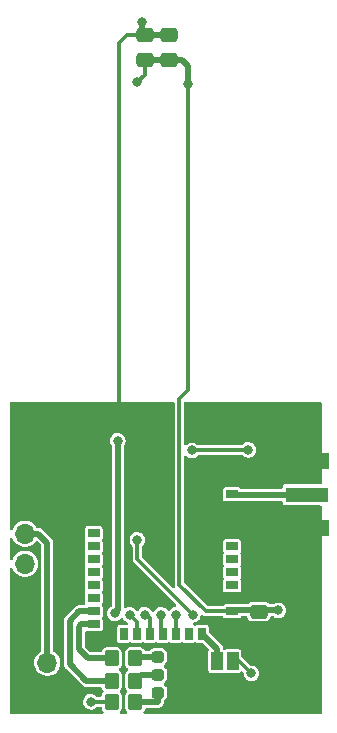
<source format=gtl>
G04 #@! TF.GenerationSoftware,KiCad,Pcbnew,6.0.10*
G04 #@! TF.CreationDate,2023-06-20T13:54:12-05:00*
G04 #@! TF.ProjectId,sensor_sigfox_1,73656e73-6f72-45f7-9369-67666f785f31,rev?*
G04 #@! TF.SameCoordinates,Original*
G04 #@! TF.FileFunction,Copper,L1,Top*
G04 #@! TF.FilePolarity,Positive*
%FSLAX46Y46*%
G04 Gerber Fmt 4.6, Leading zero omitted, Abs format (unit mm)*
G04 Created by KiCad (PCBNEW 6.0.10) date 2023-06-20 13:54:12*
%MOMM*%
%LPD*%
G01*
G04 APERTURE LIST*
G04 Aperture macros list*
%AMRoundRect*
0 Rectangle with rounded corners*
0 $1 Rounding radius*
0 $2 $3 $4 $5 $6 $7 $8 $9 X,Y pos of 4 corners*
0 Add a 4 corners polygon primitive as box body*
4,1,4,$2,$3,$4,$5,$6,$7,$8,$9,$2,$3,0*
0 Add four circle primitives for the rounded corners*
1,1,$1+$1,$2,$3*
1,1,$1+$1,$4,$5*
1,1,$1+$1,$6,$7*
1,1,$1+$1,$8,$9*
0 Add four rect primitives between the rounded corners*
20,1,$1+$1,$2,$3,$4,$5,0*
20,1,$1+$1,$4,$5,$6,$7,0*
20,1,$1+$1,$6,$7,$8,$9,0*
20,1,$1+$1,$8,$9,$2,$3,0*%
G04 Aperture macros list end*
G04 #@! TA.AperFunction,SMDPad,CuDef*
%ADD10RoundRect,0.250000X-0.350000X-0.450000X0.350000X-0.450000X0.350000X0.450000X-0.350000X0.450000X0*%
G04 #@! TD*
G04 #@! TA.AperFunction,ComponentPad*
%ADD11R,1.700000X1.700000*%
G04 #@! TD*
G04 #@! TA.AperFunction,ComponentPad*
%ADD12O,1.700000X1.700000*%
G04 #@! TD*
G04 #@! TA.AperFunction,SMDPad,CuDef*
%ADD13R,1.000000X1.500000*%
G04 #@! TD*
G04 #@! TA.AperFunction,SMDPad,CuDef*
%ADD14RoundRect,0.250000X0.475000X-0.337500X0.475000X0.337500X-0.475000X0.337500X-0.475000X-0.337500X0*%
G04 #@! TD*
G04 #@! TA.AperFunction,SMDPad,CuDef*
%ADD15R,1.000000X0.700000*%
G04 #@! TD*
G04 #@! TA.AperFunction,SMDPad,CuDef*
%ADD16R,0.700000X1.000000*%
G04 #@! TD*
G04 #@! TA.AperFunction,SMDPad,CuDef*
%ADD17RoundRect,0.237500X0.287500X0.237500X-0.287500X0.237500X-0.287500X-0.237500X0.287500X-0.237500X0*%
G04 #@! TD*
G04 #@! TA.AperFunction,SMDPad,CuDef*
%ADD18R,3.600000X1.270000*%
G04 #@! TD*
G04 #@! TA.AperFunction,SMDPad,CuDef*
%ADD19R,4.200000X1.350000*%
G04 #@! TD*
G04 #@! TA.AperFunction,ViaPad*
%ADD20C,0.800000*%
G04 #@! TD*
G04 #@! TA.AperFunction,Conductor*
%ADD21C,0.300000*%
G04 #@! TD*
G04 #@! TA.AperFunction,Conductor*
%ADD22C,0.500000*%
G04 #@! TD*
G04 APERTURE END LIST*
D10*
X122936000Y-92710000D03*
X124936000Y-92710000D03*
D11*
X115570000Y-85344000D03*
D12*
X115570000Y-82804000D03*
X115570000Y-80264000D03*
D11*
X117475000Y-93726000D03*
D12*
X117475000Y-91186000D03*
D13*
X133156000Y-91059000D03*
X131856000Y-91059000D03*
X130556000Y-91059000D03*
D14*
X125730000Y-40132000D03*
X125730000Y-38057000D03*
X127762000Y-40132000D03*
X127762000Y-38057000D03*
D15*
X121394000Y-75825000D03*
X121394000Y-76925000D03*
X121394000Y-78025000D03*
X121394000Y-79125000D03*
X121394000Y-80225000D03*
X121394000Y-81325000D03*
X121394000Y-82425000D03*
X121394000Y-83525000D03*
X121394000Y-84625000D03*
X121394000Y-85725000D03*
X121394000Y-86825000D03*
X121394000Y-87925000D03*
D16*
X123954000Y-88735000D03*
X125054000Y-88735000D03*
X126154000Y-88735000D03*
X127254000Y-88735000D03*
X128354000Y-88735000D03*
X129454000Y-88735000D03*
X130554000Y-88735000D03*
D15*
X133114000Y-87925000D03*
X133114000Y-86825000D03*
X133114000Y-85725000D03*
X133114000Y-84625000D03*
X133114000Y-83525000D03*
X133114000Y-82425000D03*
X133114000Y-81325000D03*
X133114000Y-80225000D03*
X133114000Y-79125000D03*
X133114000Y-78025000D03*
X133114000Y-76925000D03*
X133114000Y-75825000D03*
D14*
X135382000Y-88921500D03*
X135382000Y-86846500D03*
D17*
X128591000Y-93726000D03*
X126841000Y-93726000D03*
D10*
X122920000Y-90805000D03*
X124920000Y-90805000D03*
D18*
X139446000Y-76962000D03*
D19*
X139246000Y-74137000D03*
X139246000Y-79787000D03*
D17*
X128577000Y-90678000D03*
X126827000Y-90678000D03*
D10*
X122936000Y-94488000D03*
X124936000Y-94488000D03*
D17*
X128591000Y-92202000D03*
X126841000Y-92202000D03*
D20*
X122428000Y-71374000D03*
X134874000Y-75946000D03*
X134874000Y-77978000D03*
X130109000Y-93025000D03*
X125476000Y-36957000D03*
X135890000Y-77978000D03*
X136906000Y-75946000D03*
X135890000Y-75946000D03*
X136906000Y-77978000D03*
X123571000Y-69850000D03*
X125095000Y-80772000D03*
X129794000Y-87122000D03*
X129413000Y-42164000D03*
X137033000Y-86741000D03*
X125095000Y-42037000D03*
X134763000Y-92091000D03*
X129727000Y-73212000D03*
X134493000Y-73152000D03*
X123444000Y-72390000D03*
X123190000Y-86995000D03*
X125730000Y-87122000D03*
X124460000Y-87122000D03*
X121158000Y-94488000D03*
X128397000Y-87122000D03*
X127127000Y-87122000D03*
D21*
X123571000Y-38735000D02*
X123571000Y-69850000D01*
D22*
X129093000Y-93025000D02*
X130109000Y-93025000D01*
X125730000Y-38057000D02*
X127762000Y-38057000D01*
X128958000Y-91059000D02*
X128577000Y-90678000D01*
X128591000Y-92523000D02*
X129093000Y-93025000D01*
D21*
X124249000Y-38057000D02*
X123571000Y-38735000D01*
D22*
X125476000Y-36957000D02*
X125476000Y-37803000D01*
D21*
X125730000Y-38057000D02*
X124249000Y-38057000D01*
D22*
X128591000Y-92202000D02*
X128591000Y-92523000D01*
X125476000Y-37803000D02*
X125730000Y-38057000D01*
X130556000Y-91059000D02*
X128958000Y-91059000D01*
X117475000Y-91186000D02*
X117475000Y-81026000D01*
D21*
X125095000Y-82423000D02*
X125095000Y-80772000D01*
D22*
X116713000Y-80264000D02*
X115570000Y-80264000D01*
D21*
X129794000Y-87122000D02*
X125095000Y-82423000D01*
D22*
X117475000Y-81026000D02*
X116713000Y-80264000D01*
X133198000Y-86741000D02*
X133114000Y-86825000D01*
D21*
X125730000Y-41402000D02*
X125095000Y-42037000D01*
X129413000Y-68072000D02*
X128651000Y-68834000D01*
X128651000Y-68834000D02*
X128651000Y-84582000D01*
D22*
X129413000Y-40640000D02*
X128905000Y-40132000D01*
D21*
X130894000Y-86825000D02*
X133114000Y-86825000D01*
X133156000Y-91059000D02*
X133731000Y-91059000D01*
X129413000Y-42164000D02*
X129413000Y-68072000D01*
X128651000Y-84582000D02*
X130894000Y-86825000D01*
D22*
X129413000Y-42164000D02*
X129413000Y-40640000D01*
X137033000Y-86741000D02*
X133198000Y-86741000D01*
D21*
X125730000Y-40132000D02*
X125730000Y-41402000D01*
X133731000Y-91059000D02*
X134763000Y-92091000D01*
D22*
X128905000Y-40132000D02*
X125730000Y-40132000D01*
D21*
X134493000Y-73152000D02*
X129787000Y-73152000D01*
X129787000Y-73152000D02*
X129727000Y-73212000D01*
D22*
X126841000Y-94488000D02*
X124936000Y-94488000D01*
X126841000Y-93726000D02*
X126841000Y-94488000D01*
X123444000Y-86741000D02*
X123190000Y-86995000D01*
X123444000Y-72390000D02*
X123444000Y-86741000D01*
X126827000Y-90678000D02*
X125047000Y-90678000D01*
X125047000Y-90678000D02*
X124920000Y-90805000D01*
X126841000Y-92202000D02*
X125444000Y-92202000D01*
X125444000Y-92202000D02*
X124936000Y-92710000D01*
X131856000Y-91059000D02*
X131856000Y-90037000D01*
X131856000Y-90037000D02*
X130554000Y-88735000D01*
X139446000Y-76962000D02*
X133151000Y-76962000D01*
X133151000Y-76962000D02*
X133114000Y-76925000D01*
D21*
X125857000Y-87122000D02*
X126154000Y-87419000D01*
X126154000Y-87419000D02*
X126154000Y-88735000D01*
X125730000Y-87122000D02*
X125857000Y-87122000D01*
X125054000Y-87716000D02*
X125054000Y-88735000D01*
X124460000Y-87122000D02*
X125054000Y-87716000D01*
D22*
X120142000Y-88138000D02*
X120355000Y-87925000D01*
X122920000Y-90805000D02*
X120904000Y-90805000D01*
X120904000Y-90805000D02*
X120142000Y-90043000D01*
X120142000Y-90043000D02*
X120142000Y-88138000D01*
X120355000Y-87925000D02*
X121394000Y-87925000D01*
X119380000Y-87630000D02*
X120185000Y-86825000D01*
X120777000Y-92710000D02*
X119380000Y-91313000D01*
X122936000Y-92710000D02*
X120777000Y-92710000D01*
X120185000Y-86825000D02*
X121394000Y-86825000D01*
X119380000Y-91313000D02*
X119380000Y-87630000D01*
D21*
X121158000Y-94488000D02*
X122936000Y-94488000D01*
X128397000Y-88692000D02*
X128354000Y-88735000D01*
X128397000Y-87122000D02*
X128397000Y-88692000D01*
X127127000Y-88608000D02*
X127254000Y-88735000D01*
X127127000Y-87122000D02*
X127127000Y-88608000D01*
G04 #@! TA.AperFunction,Conductor*
G36*
X128188621Y-69108002D02*
G01*
X128235114Y-69161658D01*
X128246500Y-69214000D01*
X128246500Y-84646066D01*
X128249565Y-84655498D01*
X128249565Y-84655500D01*
X128253395Y-84667287D01*
X128258009Y-84686502D01*
X128258970Y-84692566D01*
X128249874Y-84762976D01*
X128204155Y-84817293D01*
X128136328Y-84838269D01*
X128067928Y-84819246D01*
X128045427Y-84801377D01*
X125536405Y-82292355D01*
X125502379Y-82230043D01*
X125499500Y-82203260D01*
X125499500Y-81345378D01*
X125519502Y-81277257D01*
X125543669Y-81249567D01*
X125574536Y-81223204D01*
X125580314Y-81218269D01*
X125672755Y-81089624D01*
X125731842Y-80942641D01*
X125741501Y-80874773D01*
X125753581Y-80789891D01*
X125753581Y-80789888D01*
X125754162Y-80785807D01*
X125754307Y-80772000D01*
X125735276Y-80614733D01*
X125679280Y-80466546D01*
X125589553Y-80335992D01*
X125471275Y-80230611D01*
X125463889Y-80226700D01*
X125337988Y-80160039D01*
X125337989Y-80160039D01*
X125331274Y-80156484D01*
X125177633Y-80117892D01*
X125170034Y-80117852D01*
X125170033Y-80117852D01*
X125104181Y-80117507D01*
X125019221Y-80117062D01*
X125011841Y-80118834D01*
X125011839Y-80118834D01*
X124872563Y-80152271D01*
X124872560Y-80152272D01*
X124865184Y-80154043D01*
X124724414Y-80226700D01*
X124605039Y-80330838D01*
X124513950Y-80460444D01*
X124511190Y-80467524D01*
X124459514Y-80600066D01*
X124456406Y-80608037D01*
X124455414Y-80615570D01*
X124455414Y-80615571D01*
X124437533Y-80751395D01*
X124435729Y-80765096D01*
X124439785Y-80801832D01*
X124451829Y-80910920D01*
X124453113Y-80922553D01*
X124455723Y-80929684D01*
X124455723Y-80929686D01*
X124502649Y-81057917D01*
X124507553Y-81071319D01*
X124511789Y-81077622D01*
X124511789Y-81077623D01*
X124591674Y-81196505D01*
X124591677Y-81196508D01*
X124595908Y-81202805D01*
X124635479Y-81238812D01*
X124649300Y-81251388D01*
X124686222Y-81312029D01*
X124690500Y-81344582D01*
X124690500Y-82487066D01*
X124693565Y-82496498D01*
X124693565Y-82496500D01*
X124697395Y-82508287D01*
X124702011Y-82527513D01*
X124705502Y-82549555D01*
X124710003Y-82558388D01*
X124715633Y-82569438D01*
X124723199Y-82587704D01*
X124730095Y-82608929D01*
X124735925Y-82616953D01*
X124743216Y-82626989D01*
X124753545Y-82643844D01*
X124763674Y-82663723D01*
X124786462Y-82686511D01*
X124786465Y-82686515D01*
X128360336Y-86260385D01*
X128394362Y-86322697D01*
X128389297Y-86393512D01*
X128346750Y-86450348D01*
X128300656Y-86471999D01*
X128251206Y-86483871D01*
X128167184Y-86504043D01*
X128026414Y-86576700D01*
X127907039Y-86680838D01*
X127902672Y-86687052D01*
X127902669Y-86687055D01*
X127865153Y-86740435D01*
X127809619Y-86784667D01*
X127738987Y-86791853D01*
X127675682Y-86759712D01*
X127658226Y-86739352D01*
X127625855Y-86692251D01*
X127625854Y-86692249D01*
X127621553Y-86685992D01*
X127611717Y-86677228D01*
X127585260Y-86653656D01*
X127503275Y-86580611D01*
X127495889Y-86576700D01*
X127369988Y-86510039D01*
X127369989Y-86510039D01*
X127363274Y-86506484D01*
X127209633Y-86467892D01*
X127202034Y-86467852D01*
X127202033Y-86467852D01*
X127136181Y-86467507D01*
X127051221Y-86467062D01*
X127043841Y-86468834D01*
X127043839Y-86468834D01*
X126904563Y-86502271D01*
X126904560Y-86502272D01*
X126897184Y-86504043D01*
X126756414Y-86576700D01*
X126637039Y-86680838D01*
X126545950Y-86810444D01*
X126543189Y-86817525D01*
X126539602Y-86824215D01*
X126536654Y-86822634D01*
X126502425Y-86866943D01*
X126435536Y-86890744D01*
X126366399Y-86874603D01*
X126316870Y-86823401D01*
X126314280Y-86816546D01*
X126261226Y-86739352D01*
X126228855Y-86692251D01*
X126228854Y-86692249D01*
X126224553Y-86685992D01*
X126214717Y-86677228D01*
X126188260Y-86653656D01*
X126106275Y-86580611D01*
X126098889Y-86576700D01*
X125972988Y-86510039D01*
X125972989Y-86510039D01*
X125966274Y-86506484D01*
X125812633Y-86467892D01*
X125805034Y-86467852D01*
X125805033Y-86467852D01*
X125739181Y-86467507D01*
X125654221Y-86467062D01*
X125646841Y-86468834D01*
X125646839Y-86468834D01*
X125507563Y-86502271D01*
X125507560Y-86502272D01*
X125500184Y-86504043D01*
X125359414Y-86576700D01*
X125240039Y-86680838D01*
X125235672Y-86687052D01*
X125235669Y-86687055D01*
X125198153Y-86740435D01*
X125142619Y-86784667D01*
X125071987Y-86791853D01*
X125008682Y-86759712D01*
X124991226Y-86739352D01*
X124958855Y-86692251D01*
X124958854Y-86692249D01*
X124954553Y-86685992D01*
X124944717Y-86677228D01*
X124918260Y-86653656D01*
X124836275Y-86580611D01*
X124828889Y-86576700D01*
X124702988Y-86510039D01*
X124702989Y-86510039D01*
X124696274Y-86506484D01*
X124542633Y-86467892D01*
X124535034Y-86467852D01*
X124535033Y-86467852D01*
X124469181Y-86467507D01*
X124384221Y-86467062D01*
X124376841Y-86468834D01*
X124376839Y-86468834D01*
X124237563Y-86502271D01*
X124237560Y-86502272D01*
X124230184Y-86504043D01*
X124223439Y-86507524D01*
X124223440Y-86507524D01*
X124132290Y-86554570D01*
X124062583Y-86568039D01*
X123996659Y-86541684D01*
X123955450Y-86483871D01*
X123948500Y-86442604D01*
X123948500Y-72850144D01*
X123972176Y-72776620D01*
X124021755Y-72707624D01*
X124080842Y-72560641D01*
X124103162Y-72403807D01*
X124103307Y-72390000D01*
X124084276Y-72232733D01*
X124028280Y-72084546D01*
X123938553Y-71953992D01*
X123820275Y-71848611D01*
X123812889Y-71844700D01*
X123686988Y-71778039D01*
X123686989Y-71778039D01*
X123680274Y-71774484D01*
X123526633Y-71735892D01*
X123519034Y-71735852D01*
X123519033Y-71735852D01*
X123453181Y-71735507D01*
X123368221Y-71735062D01*
X123360841Y-71736834D01*
X123360839Y-71736834D01*
X123221563Y-71770271D01*
X123221560Y-71770272D01*
X123214184Y-71772043D01*
X123073414Y-71844700D01*
X122954039Y-71948838D01*
X122862950Y-72078444D01*
X122805406Y-72226037D01*
X122784729Y-72383096D01*
X122793421Y-72461825D01*
X122801199Y-72532271D01*
X122802113Y-72540553D01*
X122804723Y-72547684D01*
X122804723Y-72547686D01*
X122850103Y-72671692D01*
X122856553Y-72689319D01*
X122860789Y-72695622D01*
X122860789Y-72695623D01*
X122918082Y-72780884D01*
X122939500Y-72851160D01*
X122939500Y-86310959D01*
X122919498Y-86379080D01*
X122871291Y-86422925D01*
X122819414Y-86449700D01*
X122813695Y-86454689D01*
X122808148Y-86459528D01*
X122700039Y-86553838D01*
X122608950Y-86683444D01*
X122586730Y-86740435D01*
X122557056Y-86816546D01*
X122551406Y-86831037D01*
X122550414Y-86838570D01*
X122550414Y-86838571D01*
X122533805Y-86964733D01*
X122530729Y-86988096D01*
X122531563Y-86995646D01*
X122545513Y-87122000D01*
X122548113Y-87145553D01*
X122550723Y-87152684D01*
X122550723Y-87152686D01*
X122599185Y-87285115D01*
X122602553Y-87294319D01*
X122606789Y-87300622D01*
X122606789Y-87300623D01*
X122683469Y-87414734D01*
X122690908Y-87425805D01*
X122696527Y-87430918D01*
X122696528Y-87430919D01*
X122782191Y-87508866D01*
X122808076Y-87532419D01*
X122947293Y-87608008D01*
X123100522Y-87648207D01*
X123184477Y-87649526D01*
X123251319Y-87650576D01*
X123251322Y-87650576D01*
X123258916Y-87650695D01*
X123413332Y-87615329D01*
X123498696Y-87572396D01*
X123548072Y-87547563D01*
X123548075Y-87547561D01*
X123554855Y-87544151D01*
X123560626Y-87539222D01*
X123560629Y-87539220D01*
X123669536Y-87446204D01*
X123669536Y-87446203D01*
X123675314Y-87441269D01*
X123679750Y-87435096D01*
X123684885Y-87429511D01*
X123686310Y-87430821D01*
X123734373Y-87393359D01*
X123805077Y-87386915D01*
X123868040Y-87419719D01*
X123885277Y-87440255D01*
X123960908Y-87552805D01*
X123966527Y-87557918D01*
X123966528Y-87557919D01*
X124068488Y-87650695D01*
X124078076Y-87659419D01*
X124217293Y-87735008D01*
X124224636Y-87736934D01*
X124225683Y-87737349D01*
X124281656Y-87781024D01*
X124305132Y-87848027D01*
X124288656Y-87917085D01*
X124237459Y-87966273D01*
X124179298Y-87980500D01*
X123608702Y-87980501D01*
X123578934Y-87980501D01*
X123543182Y-87987612D01*
X123516874Y-87992844D01*
X123516872Y-87992845D01*
X123504699Y-87995266D01*
X123494379Y-88002161D01*
X123494378Y-88002162D01*
X123465752Y-88021290D01*
X123420516Y-88051516D01*
X123364266Y-88135699D01*
X123349500Y-88209933D01*
X123349501Y-89260066D01*
X123364266Y-89334301D01*
X123420516Y-89418484D01*
X123430832Y-89425377D01*
X123474003Y-89454223D01*
X123504699Y-89474734D01*
X123578933Y-89489500D01*
X123953939Y-89489500D01*
X124329066Y-89489499D01*
X124364818Y-89482388D01*
X124391126Y-89477156D01*
X124391128Y-89477155D01*
X124403301Y-89474734D01*
X124413621Y-89467839D01*
X124413622Y-89467838D01*
X124433998Y-89454223D01*
X124501751Y-89433008D01*
X124574002Y-89454223D01*
X124594379Y-89467839D01*
X124594382Y-89467840D01*
X124604699Y-89474734D01*
X124678933Y-89489500D01*
X125053939Y-89489500D01*
X125429066Y-89489499D01*
X125464818Y-89482388D01*
X125491126Y-89477156D01*
X125491128Y-89477155D01*
X125503301Y-89474734D01*
X125513621Y-89467839D01*
X125513622Y-89467838D01*
X125533998Y-89454223D01*
X125601751Y-89433008D01*
X125674002Y-89454223D01*
X125694379Y-89467839D01*
X125694382Y-89467840D01*
X125704699Y-89474734D01*
X125778933Y-89489500D01*
X126153939Y-89489500D01*
X126529066Y-89489499D01*
X126564818Y-89482388D01*
X126591126Y-89477156D01*
X126591128Y-89477155D01*
X126603301Y-89474734D01*
X126613621Y-89467839D01*
X126613622Y-89467838D01*
X126633998Y-89454223D01*
X126701751Y-89433008D01*
X126774002Y-89454223D01*
X126794379Y-89467839D01*
X126794382Y-89467840D01*
X126804699Y-89474734D01*
X126878933Y-89489500D01*
X127253939Y-89489500D01*
X127629066Y-89489499D01*
X127664818Y-89482388D01*
X127691126Y-89477156D01*
X127691128Y-89477155D01*
X127703301Y-89474734D01*
X127713621Y-89467839D01*
X127713622Y-89467838D01*
X127733998Y-89454223D01*
X127801751Y-89433008D01*
X127874002Y-89454223D01*
X127894379Y-89467839D01*
X127894382Y-89467840D01*
X127904699Y-89474734D01*
X127978933Y-89489500D01*
X128353939Y-89489500D01*
X128729066Y-89489499D01*
X128764818Y-89482388D01*
X128791126Y-89477156D01*
X128791128Y-89477155D01*
X128803301Y-89474734D01*
X128813621Y-89467839D01*
X128813622Y-89467838D01*
X128833998Y-89454223D01*
X128901751Y-89433008D01*
X128974002Y-89454223D01*
X128994379Y-89467839D01*
X128994382Y-89467840D01*
X129004699Y-89474734D01*
X129078933Y-89489500D01*
X129453939Y-89489500D01*
X129829066Y-89489499D01*
X129864818Y-89482388D01*
X129891126Y-89477156D01*
X129891128Y-89477155D01*
X129903301Y-89474734D01*
X129913621Y-89467839D01*
X129913622Y-89467838D01*
X129933998Y-89454223D01*
X130001751Y-89433008D01*
X130074002Y-89454223D01*
X130094379Y-89467839D01*
X130094382Y-89467840D01*
X130104699Y-89474734D01*
X130178933Y-89489500D01*
X130223032Y-89489500D01*
X130542838Y-89489499D01*
X130610958Y-89509501D01*
X130631933Y-89526404D01*
X131122840Y-90017311D01*
X131156866Y-90079623D01*
X131151801Y-90150438D01*
X131138511Y-90176407D01*
X131116266Y-90209699D01*
X131101500Y-90283933D01*
X131101501Y-91834066D01*
X131107519Y-91864323D01*
X131113465Y-91894216D01*
X131116266Y-91908301D01*
X131123161Y-91918621D01*
X131123162Y-91918622D01*
X131128514Y-91926631D01*
X131172516Y-91992484D01*
X131256699Y-92048734D01*
X131330933Y-92063500D01*
X131855915Y-92063500D01*
X132381066Y-92063499D01*
X132455301Y-92048734D01*
X132461333Y-92044703D01*
X132528373Y-92037496D01*
X132548902Y-92043524D01*
X132556699Y-92048734D01*
X132630933Y-92063500D01*
X133155915Y-92063500D01*
X133681066Y-92063499D01*
X133716818Y-92056388D01*
X133743126Y-92051156D01*
X133743128Y-92051155D01*
X133755301Y-92048734D01*
X133765621Y-92041839D01*
X133765622Y-92041838D01*
X133829168Y-91999377D01*
X133839484Y-91992484D01*
X133854277Y-91970345D01*
X133855506Y-91968506D01*
X133909984Y-91922979D01*
X133980428Y-91914133D01*
X134049365Y-91949415D01*
X134069136Y-91969186D01*
X134103162Y-92031498D01*
X134104722Y-92068968D01*
X134104800Y-92068969D01*
X134104784Y-92070466D01*
X134104962Y-92074731D01*
X134103729Y-92084096D01*
X134108105Y-92123729D01*
X134117133Y-92205500D01*
X134121113Y-92241553D01*
X134123723Y-92248684D01*
X134123723Y-92248686D01*
X134137367Y-92285969D01*
X134175553Y-92390319D01*
X134263908Y-92521805D01*
X134269527Y-92526918D01*
X134269528Y-92526919D01*
X134280903Y-92537269D01*
X134381076Y-92628419D01*
X134520293Y-92704008D01*
X134673522Y-92744207D01*
X134757477Y-92745526D01*
X134824319Y-92746576D01*
X134824322Y-92746576D01*
X134831916Y-92746695D01*
X134986332Y-92711329D01*
X135068914Y-92669795D01*
X135121072Y-92643563D01*
X135121075Y-92643561D01*
X135127855Y-92640151D01*
X135133626Y-92635222D01*
X135133629Y-92635220D01*
X135242536Y-92542204D01*
X135242536Y-92542203D01*
X135248314Y-92537269D01*
X135340755Y-92408624D01*
X135399842Y-92261641D01*
X135414192Y-92160812D01*
X135421581Y-92108891D01*
X135421581Y-92108888D01*
X135422162Y-92104807D01*
X135422307Y-92091000D01*
X135403276Y-91933733D01*
X135347280Y-91785546D01*
X135312796Y-91735371D01*
X135261855Y-91661251D01*
X135261854Y-91661249D01*
X135257553Y-91654992D01*
X135243205Y-91642208D01*
X135181919Y-91587605D01*
X135139275Y-91549611D01*
X134999274Y-91475484D01*
X134845633Y-91436892D01*
X134838034Y-91436852D01*
X134838033Y-91436852D01*
X134742292Y-91436351D01*
X134731878Y-91436296D01*
X134663863Y-91415938D01*
X134643443Y-91399393D01*
X133994515Y-90750465D01*
X133994511Y-90750462D01*
X133971723Y-90727674D01*
X133962881Y-90723169D01*
X133962437Y-90722846D01*
X133919084Y-90666623D01*
X133910499Y-90620910D01*
X133910499Y-90283934D01*
X133895734Y-90209699D01*
X133839484Y-90125516D01*
X133755301Y-90069266D01*
X133681067Y-90054500D01*
X133156085Y-90054500D01*
X132630934Y-90054501D01*
X132556699Y-90069266D01*
X132550667Y-90073297D01*
X132483627Y-90080504D01*
X132463097Y-90074475D01*
X132455301Y-90069266D01*
X132443130Y-90066845D01*
X132433923Y-90063031D01*
X132378644Y-90018481D01*
X132356387Y-89954423D01*
X132355654Y-89942600D01*
X132355654Y-89942598D01*
X132355098Y-89933641D01*
X132352051Y-89925201D01*
X132351370Y-89921911D01*
X132347418Y-89906062D01*
X132346473Y-89902832D01*
X132345201Y-89893948D01*
X132325774Y-89851218D01*
X132321964Y-89841860D01*
X132309075Y-89806158D01*
X132309074Y-89806157D01*
X132306027Y-89797716D01*
X132300731Y-89790467D01*
X132299146Y-89787486D01*
X132290920Y-89773408D01*
X132289104Y-89770569D01*
X132285388Y-89762395D01*
X132254757Y-89726846D01*
X132248465Y-89718923D01*
X132240527Y-89708056D01*
X132229665Y-89697194D01*
X132223307Y-89690347D01*
X132196915Y-89659718D01*
X132191056Y-89652918D01*
X132183521Y-89648034D01*
X132176949Y-89642301D01*
X132165545Y-89633074D01*
X131195404Y-88662933D01*
X131161378Y-88600621D01*
X131158499Y-88573838D01*
X131158499Y-88209934D01*
X131143734Y-88135699D01*
X131087484Y-88051516D01*
X131042248Y-88021290D01*
X131013620Y-88002161D01*
X131013618Y-88002160D01*
X131003301Y-87995266D01*
X130929067Y-87980500D01*
X130554061Y-87980500D01*
X130178934Y-87980501D01*
X130143182Y-87987612D01*
X130116874Y-87992844D01*
X130116872Y-87992845D01*
X130104699Y-87995266D01*
X130094379Y-88002161D01*
X130094378Y-88002162D01*
X130074002Y-88015777D01*
X130006249Y-88036992D01*
X129933998Y-88015777D01*
X129913621Y-88002161D01*
X129913618Y-88002160D01*
X129903301Y-87995266D01*
X129903534Y-87994917D01*
X129856084Y-87956679D01*
X129833663Y-87889315D01*
X129851221Y-87820524D01*
X129903183Y-87772146D01*
X129931453Y-87761998D01*
X130009929Y-87744025D01*
X130009933Y-87744024D01*
X130017332Y-87742329D01*
X130087742Y-87706917D01*
X130152072Y-87674563D01*
X130152075Y-87674561D01*
X130158855Y-87671151D01*
X130164626Y-87666222D01*
X130164629Y-87666220D01*
X130273536Y-87573204D01*
X130273536Y-87573203D01*
X130279314Y-87568269D01*
X130371755Y-87439624D01*
X130430842Y-87292641D01*
X130434704Y-87265502D01*
X130440028Y-87228096D01*
X130469429Y-87163473D01*
X130529100Y-87125004D01*
X130600096Y-87124902D01*
X130638834Y-87143914D01*
X130646262Y-87149311D01*
X130653277Y-87156326D01*
X130672924Y-87166337D01*
X130673154Y-87166454D01*
X130690011Y-87176784D01*
X130708071Y-87189905D01*
X130717504Y-87192970D01*
X130729295Y-87196801D01*
X130747561Y-87204366D01*
X130767445Y-87214498D01*
X130777238Y-87216049D01*
X130789487Y-87217989D01*
X130808713Y-87222605D01*
X130820500Y-87226435D01*
X130820502Y-87226435D01*
X130829934Y-87229500D01*
X132276983Y-87229500D01*
X132345104Y-87249502D01*
X132381747Y-87285497D01*
X132430516Y-87358484D01*
X132514699Y-87414734D01*
X132588933Y-87429500D01*
X133113915Y-87429500D01*
X133639066Y-87429499D01*
X133674818Y-87422388D01*
X133701126Y-87417156D01*
X133701128Y-87417155D01*
X133713301Y-87414734D01*
X133723621Y-87407839D01*
X133723622Y-87407838D01*
X133787168Y-87365377D01*
X133797484Y-87358484D01*
X133835562Y-87301497D01*
X133890038Y-87255970D01*
X133940326Y-87245500D01*
X134303900Y-87245500D01*
X134372021Y-87265502D01*
X134418514Y-87319158D01*
X134421882Y-87327272D01*
X134445966Y-87391516D01*
X134459929Y-87428764D01*
X134465309Y-87435943D01*
X134465311Y-87435946D01*
X134499064Y-87480982D01*
X134546596Y-87544404D01*
X134562233Y-87556123D01*
X134655054Y-87625689D01*
X134655057Y-87625691D01*
X134662236Y-87631071D01*
X134737855Y-87659419D01*
X134790157Y-87679026D01*
X134790159Y-87679026D01*
X134797552Y-87681798D01*
X134805402Y-87682651D01*
X134805403Y-87682651D01*
X134855847Y-87688131D01*
X134859244Y-87688500D01*
X135904756Y-87688500D01*
X135908153Y-87688131D01*
X135958597Y-87682651D01*
X135958598Y-87682651D01*
X135966448Y-87681798D01*
X135973841Y-87679026D01*
X135973843Y-87679026D01*
X136026145Y-87659419D01*
X136101764Y-87631071D01*
X136108943Y-87625691D01*
X136108946Y-87625689D01*
X136201767Y-87556123D01*
X136217404Y-87544404D01*
X136264936Y-87480982D01*
X136298689Y-87435946D01*
X136298691Y-87435943D01*
X136304071Y-87428764D01*
X136318035Y-87391516D01*
X136342118Y-87327272D01*
X136384759Y-87270507D01*
X136451320Y-87245806D01*
X136460100Y-87245500D01*
X136566153Y-87245500D01*
X136634274Y-87265502D01*
X136639068Y-87269185D01*
X136639266Y-87268907D01*
X136645459Y-87273308D01*
X136651076Y-87278419D01*
X136790293Y-87354008D01*
X136943522Y-87394207D01*
X137027477Y-87395526D01*
X137094319Y-87396576D01*
X137094322Y-87396576D01*
X137101916Y-87396695D01*
X137256332Y-87361329D01*
X137326742Y-87325917D01*
X137391072Y-87293563D01*
X137391075Y-87293561D01*
X137397855Y-87290151D01*
X137403626Y-87285222D01*
X137403629Y-87285220D01*
X137512536Y-87192204D01*
X137512536Y-87192203D01*
X137518314Y-87187269D01*
X137610755Y-87058624D01*
X137669842Y-86911641D01*
X137686890Y-86791853D01*
X137691581Y-86758891D01*
X137691581Y-86758888D01*
X137692162Y-86754807D01*
X137692307Y-86741000D01*
X137673276Y-86583733D01*
X137617280Y-86435546D01*
X137584410Y-86387719D01*
X137531855Y-86311251D01*
X137531854Y-86311249D01*
X137527553Y-86304992D01*
X137409275Y-86199611D01*
X137401889Y-86195700D01*
X137338478Y-86162126D01*
X137269274Y-86125484D01*
X137115633Y-86086892D01*
X137108034Y-86086852D01*
X137108033Y-86086852D01*
X137042181Y-86086507D01*
X136957221Y-86086062D01*
X136949841Y-86087834D01*
X136949839Y-86087834D01*
X136810563Y-86121271D01*
X136810560Y-86121272D01*
X136803184Y-86123043D01*
X136662414Y-86195700D01*
X136656692Y-86200692D01*
X136656690Y-86200693D01*
X136651236Y-86205451D01*
X136586753Y-86235157D01*
X136568409Y-86236500D01*
X136346311Y-86236500D01*
X136278190Y-86216498D01*
X136245486Y-86186066D01*
X136217404Y-86148596D01*
X136180944Y-86121271D01*
X136108946Y-86067311D01*
X136108943Y-86067309D01*
X136101764Y-86061929D01*
X136012046Y-86028296D01*
X135973843Y-86013974D01*
X135973841Y-86013974D01*
X135966448Y-86011202D01*
X135958598Y-86010349D01*
X135958597Y-86010349D01*
X135908153Y-86004869D01*
X135908152Y-86004869D01*
X135904756Y-86004500D01*
X134859244Y-86004500D01*
X134855848Y-86004869D01*
X134855847Y-86004869D01*
X134805403Y-86010349D01*
X134805402Y-86010349D01*
X134797552Y-86011202D01*
X134790159Y-86013974D01*
X134790157Y-86013974D01*
X134751954Y-86028296D01*
X134662236Y-86061929D01*
X134655057Y-86067309D01*
X134655054Y-86067311D01*
X134583056Y-86121271D01*
X134546596Y-86148596D01*
X134518515Y-86186065D01*
X134461657Y-86228580D01*
X134417689Y-86236500D01*
X133731915Y-86236500D01*
X133707334Y-86234079D01*
X133645135Y-86221707D01*
X133639067Y-86220500D01*
X133114085Y-86220500D01*
X132588934Y-86220501D01*
X132553182Y-86227612D01*
X132526874Y-86232844D01*
X132526872Y-86232845D01*
X132514699Y-86235266D01*
X132504379Y-86242161D01*
X132504378Y-86242162D01*
X132479951Y-86258484D01*
X132430516Y-86291516D01*
X132387947Y-86355225D01*
X132381748Y-86364502D01*
X132327271Y-86410030D01*
X132276983Y-86420500D01*
X131113740Y-86420500D01*
X131045619Y-86400498D01*
X131024645Y-86383595D01*
X129092405Y-84451355D01*
X129058379Y-84389043D01*
X129055500Y-84362260D01*
X129055500Y-84249933D01*
X132359500Y-84249933D01*
X132359501Y-85000066D01*
X132374266Y-85074301D01*
X132430516Y-85158484D01*
X132514699Y-85214734D01*
X132588933Y-85229500D01*
X133113915Y-85229500D01*
X133639066Y-85229499D01*
X133674818Y-85222388D01*
X133701126Y-85217156D01*
X133701128Y-85217155D01*
X133713301Y-85214734D01*
X133723621Y-85207839D01*
X133723622Y-85207838D01*
X133787168Y-85165377D01*
X133797484Y-85158484D01*
X133853734Y-85074301D01*
X133868500Y-85000067D01*
X133868499Y-84249934D01*
X133853734Y-84175699D01*
X133833223Y-84145002D01*
X133812008Y-84077249D01*
X133833223Y-84004998D01*
X133846839Y-83984621D01*
X133846840Y-83984618D01*
X133853734Y-83974301D01*
X133868500Y-83900067D01*
X133868499Y-83149934D01*
X133853734Y-83075699D01*
X133833223Y-83045002D01*
X133812008Y-82977249D01*
X133833223Y-82904998D01*
X133846839Y-82884621D01*
X133846840Y-82884618D01*
X133853734Y-82874301D01*
X133868500Y-82800067D01*
X133868499Y-82049934D01*
X133853734Y-81975699D01*
X133833223Y-81945002D01*
X133812008Y-81877249D01*
X133833223Y-81804998D01*
X133846839Y-81784621D01*
X133846840Y-81784618D01*
X133853734Y-81774301D01*
X133868500Y-81700067D01*
X133868499Y-80949934D01*
X133853734Y-80875699D01*
X133797484Y-80791516D01*
X133713301Y-80735266D01*
X133639067Y-80720500D01*
X133114085Y-80720500D01*
X132588934Y-80720501D01*
X132553182Y-80727612D01*
X132526874Y-80732844D01*
X132526872Y-80732845D01*
X132514699Y-80735266D01*
X132504379Y-80742161D01*
X132504378Y-80742162D01*
X132458599Y-80772751D01*
X132430516Y-80791516D01*
X132374266Y-80875699D01*
X132359500Y-80949933D01*
X132359501Y-81700066D01*
X132374266Y-81774301D01*
X132381161Y-81784621D01*
X132381162Y-81784622D01*
X132394777Y-81804998D01*
X132415992Y-81872751D01*
X132394777Y-81945002D01*
X132381161Y-81965379D01*
X132381160Y-81965382D01*
X132374266Y-81975699D01*
X132359500Y-82049933D01*
X132359501Y-82800066D01*
X132366612Y-82835818D01*
X132371830Y-82862053D01*
X132374266Y-82874301D01*
X132381161Y-82884621D01*
X132381162Y-82884622D01*
X132394777Y-82904998D01*
X132415992Y-82972751D01*
X132394777Y-83045002D01*
X132381161Y-83065379D01*
X132381160Y-83065382D01*
X132374266Y-83075699D01*
X132359500Y-83149933D01*
X132359501Y-83900066D01*
X132374266Y-83974301D01*
X132381161Y-83984621D01*
X132381162Y-83984622D01*
X132394777Y-84004998D01*
X132415992Y-84072751D01*
X132394777Y-84145002D01*
X132381161Y-84165379D01*
X132381160Y-84165382D01*
X132374266Y-84175699D01*
X132359500Y-84249933D01*
X129055500Y-84249933D01*
X129055500Y-73770932D01*
X129075502Y-73702811D01*
X129129158Y-73656318D01*
X129199432Y-73646214D01*
X129266299Y-73677738D01*
X129295780Y-73704563D01*
X129345076Y-73749419D01*
X129484293Y-73825008D01*
X129637522Y-73865207D01*
X129721477Y-73866526D01*
X129788319Y-73867576D01*
X129788322Y-73867576D01*
X129795916Y-73867695D01*
X129950332Y-73832329D01*
X130066260Y-73774024D01*
X130085072Y-73764563D01*
X130085075Y-73764561D01*
X130091855Y-73761151D01*
X130097626Y-73756222D01*
X130097629Y-73756220D01*
X130206537Y-73663203D01*
X130212314Y-73658269D01*
X130247737Y-73608973D01*
X130303731Y-73565326D01*
X130350059Y-73556500D01*
X133916254Y-73556500D01*
X133984375Y-73576502D01*
X134001050Y-73589304D01*
X134111076Y-73689419D01*
X134250293Y-73765008D01*
X134403522Y-73805207D01*
X134487477Y-73806526D01*
X134554319Y-73807576D01*
X134554322Y-73807576D01*
X134561916Y-73807695D01*
X134716332Y-73772329D01*
X134786742Y-73736917D01*
X134851072Y-73704563D01*
X134851075Y-73704561D01*
X134857855Y-73701151D01*
X134863626Y-73696222D01*
X134863629Y-73696220D01*
X134972536Y-73603204D01*
X134972536Y-73603203D01*
X134978314Y-73598269D01*
X135070755Y-73469624D01*
X135129842Y-73322641D01*
X135152162Y-73165807D01*
X135152307Y-73152000D01*
X135133276Y-72994733D01*
X135077280Y-72846546D01*
X135054058Y-72812757D01*
X134991855Y-72722251D01*
X134991854Y-72722249D01*
X134987553Y-72715992D01*
X134869275Y-72610611D01*
X134861889Y-72606700D01*
X134771486Y-72558834D01*
X134729274Y-72536484D01*
X134575633Y-72497892D01*
X134568034Y-72497852D01*
X134568033Y-72497852D01*
X134502181Y-72497507D01*
X134417221Y-72497062D01*
X134409841Y-72498834D01*
X134409839Y-72498834D01*
X134270563Y-72532271D01*
X134270560Y-72532272D01*
X134263184Y-72534043D01*
X134122414Y-72606700D01*
X134116695Y-72611689D01*
X134035884Y-72682185D01*
X134003039Y-72710838D01*
X134002198Y-72709874D01*
X133948349Y-72743050D01*
X133915157Y-72747500D01*
X130237563Y-72747500D01*
X130169442Y-72727498D01*
X130153744Y-72715577D01*
X130144818Y-72707624D01*
X130103275Y-72670611D01*
X130095889Y-72666700D01*
X130057565Y-72646409D01*
X129963274Y-72596484D01*
X129809633Y-72557892D01*
X129802034Y-72557852D01*
X129802033Y-72557852D01*
X129736181Y-72557507D01*
X129651221Y-72557062D01*
X129643841Y-72558834D01*
X129643839Y-72558834D01*
X129504563Y-72592271D01*
X129504560Y-72592272D01*
X129497184Y-72594043D01*
X129356414Y-72666700D01*
X129350697Y-72671687D01*
X129350690Y-72671692D01*
X129264329Y-72747030D01*
X129199847Y-72776738D01*
X129129540Y-72766868D01*
X129075730Y-72720555D01*
X129055500Y-72652081D01*
X129055500Y-69214000D01*
X129075502Y-69145879D01*
X129129158Y-69099386D01*
X129181500Y-69088000D01*
X140590000Y-69088000D01*
X140658121Y-69108002D01*
X140704614Y-69161658D01*
X140716000Y-69214000D01*
X140716000Y-75946500D01*
X140695998Y-76014621D01*
X140642342Y-76061114D01*
X140590000Y-76072500D01*
X137653805Y-76072501D01*
X137620934Y-76072501D01*
X137585182Y-76079612D01*
X137558874Y-76084844D01*
X137558872Y-76084845D01*
X137546699Y-76087266D01*
X137536379Y-76094161D01*
X137536378Y-76094162D01*
X137475985Y-76134516D01*
X137462516Y-76143516D01*
X137406266Y-76227699D01*
X137391500Y-76301933D01*
X137391500Y-76331500D01*
X137371498Y-76399621D01*
X137317842Y-76446114D01*
X137265500Y-76457500D01*
X133908922Y-76457500D01*
X133840801Y-76437498D01*
X133813291Y-76410474D01*
X133813155Y-76410610D01*
X133804377Y-76401832D01*
X133797484Y-76391516D01*
X133787168Y-76384623D01*
X133787166Y-76384621D01*
X133723620Y-76342161D01*
X133713301Y-76335266D01*
X133639067Y-76320500D01*
X133114085Y-76320500D01*
X132588934Y-76320501D01*
X132553182Y-76327612D01*
X132526874Y-76332844D01*
X132526872Y-76332845D01*
X132514699Y-76335266D01*
X132504379Y-76342161D01*
X132504378Y-76342162D01*
X132443985Y-76382516D01*
X132430516Y-76391516D01*
X132374266Y-76475699D01*
X132359500Y-76549933D01*
X132359501Y-77300066D01*
X132374266Y-77374301D01*
X132430516Y-77458484D01*
X132514699Y-77514734D01*
X132588933Y-77529500D01*
X133113915Y-77529500D01*
X133639066Y-77529499D01*
X133713301Y-77514734D01*
X133723620Y-77507839D01*
X133723622Y-77507838D01*
X133753707Y-77487736D01*
X133823710Y-77466500D01*
X137265501Y-77466500D01*
X137333622Y-77486502D01*
X137380115Y-77540158D01*
X137391501Y-77592500D01*
X137391501Y-77622066D01*
X137406266Y-77696301D01*
X137462516Y-77780484D01*
X137546699Y-77836734D01*
X137620933Y-77851500D01*
X137653793Y-77851500D01*
X140590001Y-77851499D01*
X140658121Y-77871501D01*
X140704614Y-77925157D01*
X140716000Y-77977499D01*
X140716000Y-95378000D01*
X140695998Y-95446121D01*
X140642342Y-95492614D01*
X140590000Y-95504000D01*
X125743199Y-95504000D01*
X125675078Y-95483998D01*
X125628585Y-95430342D01*
X125618481Y-95360068D01*
X125646582Y-95298538D01*
X125646404Y-95298404D01*
X125647016Y-95297587D01*
X125688761Y-95241887D01*
X125727689Y-95189946D01*
X125727691Y-95189943D01*
X125733071Y-95182764D01*
X125773743Y-95074271D01*
X125816384Y-95017506D01*
X125882946Y-94992806D01*
X125891725Y-94992500D01*
X126832398Y-94992500D01*
X126833166Y-94992502D01*
X126910173Y-94992972D01*
X126918803Y-94990506D01*
X126918807Y-94990505D01*
X126938320Y-94984928D01*
X126955081Y-94981350D01*
X126955751Y-94981254D01*
X126984052Y-94977201D01*
X127007165Y-94966692D01*
X127024694Y-94960242D01*
X127040493Y-94955727D01*
X127040494Y-94955726D01*
X127049121Y-94953261D01*
X127073876Y-94937641D01*
X127088960Y-94929503D01*
X127101240Y-94923919D01*
X127115605Y-94917388D01*
X127122409Y-94911525D01*
X127122411Y-94911524D01*
X127134847Y-94900809D01*
X127149858Y-94889701D01*
X127163745Y-94880939D01*
X127163747Y-94880937D01*
X127171339Y-94876147D01*
X127190718Y-94854204D01*
X127202907Y-94842163D01*
X127225082Y-94823056D01*
X127238896Y-94801744D01*
X127250184Y-94786872D01*
X127261059Y-94774558D01*
X127267001Y-94767830D01*
X127279441Y-94741335D01*
X127287762Y-94726356D01*
X127298800Y-94709326D01*
X127298804Y-94709318D01*
X127303683Y-94701790D01*
X127310963Y-94677449D01*
X127317623Y-94660008D01*
X127324347Y-94645686D01*
X127328417Y-94637018D01*
X127332919Y-94608103D01*
X127336702Y-94591385D01*
X127342518Y-94571938D01*
X127342518Y-94571936D01*
X127345090Y-94563337D01*
X127345298Y-94529154D01*
X127345330Y-94528392D01*
X127345500Y-94527303D01*
X127345500Y-94496602D01*
X127345502Y-94495835D01*
X127345611Y-94477934D01*
X127366028Y-94409936D01*
X127396044Y-94377875D01*
X127479974Y-94314974D01*
X127564493Y-94202199D01*
X127574149Y-94176444D01*
X127597037Y-94115387D01*
X127613964Y-94070236D01*
X127620500Y-94010070D01*
X127620500Y-93441930D01*
X127613964Y-93381764D01*
X127581914Y-93296271D01*
X127567644Y-93258205D01*
X127567643Y-93258202D01*
X127564493Y-93249801D01*
X127479974Y-93137026D01*
X127457387Y-93120098D01*
X127383638Y-93064827D01*
X127341122Y-93007968D01*
X127336096Y-92937149D01*
X127370156Y-92874856D01*
X127383638Y-92863173D01*
X127472794Y-92796355D01*
X127479974Y-92790974D01*
X127564493Y-92678199D01*
X127585071Y-92623309D01*
X127611190Y-92553635D01*
X127613964Y-92546236D01*
X127620500Y-92486070D01*
X127620500Y-91917930D01*
X127613964Y-91857764D01*
X127586891Y-91785546D01*
X127567644Y-91734205D01*
X127567643Y-91734202D01*
X127564493Y-91725801D01*
X127479974Y-91613026D01*
X127376638Y-91535581D01*
X127334122Y-91478722D01*
X127329096Y-91407903D01*
X127363156Y-91345610D01*
X127376633Y-91333930D01*
X127465974Y-91266974D01*
X127550493Y-91154199D01*
X127557564Y-91135339D01*
X127597190Y-91029635D01*
X127599964Y-91022236D01*
X127606500Y-90962070D01*
X127606500Y-90393930D01*
X127599964Y-90333764D01*
X127579008Y-90277863D01*
X127553644Y-90210205D01*
X127553643Y-90210202D01*
X127550493Y-90201801D01*
X127465974Y-90089026D01*
X127353199Y-90004507D01*
X127344798Y-90001357D01*
X127344795Y-90001356D01*
X127266387Y-89971963D01*
X127221236Y-89955036D01*
X127161070Y-89948500D01*
X126492930Y-89948500D01*
X126432764Y-89955036D01*
X126387613Y-89971963D01*
X126309205Y-90001356D01*
X126309202Y-90001357D01*
X126300801Y-90004507D01*
X126188026Y-90089026D01*
X126182645Y-90096206D01*
X126182644Y-90096207D01*
X126162515Y-90123065D01*
X126105656Y-90165580D01*
X126061689Y-90173500D01*
X125824920Y-90173500D01*
X125756799Y-90153498D01*
X125717470Y-90111302D01*
X125717071Y-90110236D01*
X125710953Y-90102072D01*
X125674694Y-90053692D01*
X125630404Y-89994596D01*
X125609977Y-89979287D01*
X125521946Y-89913311D01*
X125521943Y-89913309D01*
X125514764Y-89907929D01*
X125416079Y-89870934D01*
X125386843Y-89859974D01*
X125386841Y-89859974D01*
X125379448Y-89857202D01*
X125371598Y-89856349D01*
X125371597Y-89856349D01*
X125321153Y-89850869D01*
X125321152Y-89850869D01*
X125317756Y-89850500D01*
X124522244Y-89850500D01*
X124518848Y-89850869D01*
X124518847Y-89850869D01*
X124468403Y-89856349D01*
X124468402Y-89856349D01*
X124460552Y-89857202D01*
X124453159Y-89859974D01*
X124453157Y-89859974D01*
X124423921Y-89870934D01*
X124325236Y-89907929D01*
X124318057Y-89913309D01*
X124318054Y-89913311D01*
X124230023Y-89979287D01*
X124209596Y-89994596D01*
X124204215Y-90001776D01*
X124128311Y-90103054D01*
X124128309Y-90103057D01*
X124122929Y-90110236D01*
X124089936Y-90198247D01*
X124085643Y-90209699D01*
X124072202Y-90245552D01*
X124065500Y-90307244D01*
X124065500Y-91302756D01*
X124065869Y-91306152D01*
X124065869Y-91306153D01*
X124070156Y-91345610D01*
X124072202Y-91364448D01*
X124122929Y-91499764D01*
X124128309Y-91506943D01*
X124128311Y-91506946D01*
X124164074Y-91554664D01*
X124209596Y-91615404D01*
X124238632Y-91637165D01*
X124272663Y-91662670D01*
X124315178Y-91719529D01*
X124320204Y-91790348D01*
X124286144Y-91852641D01*
X124272669Y-91864317D01*
X124225596Y-91899596D01*
X124211337Y-91918622D01*
X124144311Y-92008054D01*
X124144309Y-92008057D01*
X124138929Y-92015236D01*
X124088202Y-92150552D01*
X124081500Y-92212244D01*
X124081500Y-93207756D01*
X124088202Y-93269448D01*
X124138929Y-93404764D01*
X124144309Y-93411943D01*
X124144311Y-93411946D01*
X124225596Y-93520404D01*
X124223491Y-93521982D01*
X124250922Y-93572217D01*
X124245857Y-93643032D01*
X124224278Y-93676608D01*
X124225596Y-93677596D01*
X124144311Y-93786054D01*
X124144309Y-93786057D01*
X124138929Y-93793236D01*
X124088202Y-93928552D01*
X124081500Y-93990244D01*
X124081500Y-94985756D01*
X124088202Y-95047448D01*
X124138929Y-95182764D01*
X124144309Y-95189943D01*
X124144311Y-95189946D01*
X124225596Y-95298404D01*
X124223813Y-95299740D01*
X124251922Y-95351217D01*
X124246857Y-95422032D01*
X124204310Y-95478868D01*
X124137790Y-95503679D01*
X124128801Y-95504000D01*
X123743199Y-95504000D01*
X123675078Y-95483998D01*
X123628585Y-95430342D01*
X123618481Y-95360068D01*
X123646582Y-95298538D01*
X123646404Y-95298404D01*
X123647016Y-95297587D01*
X123688761Y-95241887D01*
X123727689Y-95189946D01*
X123727691Y-95189943D01*
X123733071Y-95182764D01*
X123783798Y-95047448D01*
X123790500Y-94985756D01*
X123790500Y-93990244D01*
X123783798Y-93928552D01*
X123733071Y-93793236D01*
X123727691Y-93786057D01*
X123727689Y-93786054D01*
X123646404Y-93677596D01*
X123648509Y-93676018D01*
X123621078Y-93625783D01*
X123626143Y-93554968D01*
X123647722Y-93521392D01*
X123646404Y-93520404D01*
X123727689Y-93411946D01*
X123727691Y-93411943D01*
X123733071Y-93404764D01*
X123783798Y-93269448D01*
X123790500Y-93207756D01*
X123790500Y-92212244D01*
X123783798Y-92150552D01*
X123733071Y-92015236D01*
X123727691Y-92008057D01*
X123727689Y-92008054D01*
X123660663Y-91918622D01*
X123646404Y-91899596D01*
X123599339Y-91864323D01*
X123583337Y-91852330D01*
X123540822Y-91795471D01*
X123535796Y-91724652D01*
X123569856Y-91662359D01*
X123583331Y-91650683D01*
X123630404Y-91615404D01*
X123675926Y-91554664D01*
X123711689Y-91506946D01*
X123711691Y-91506943D01*
X123717071Y-91499764D01*
X123767798Y-91364448D01*
X123769845Y-91345610D01*
X123774131Y-91306153D01*
X123774131Y-91306152D01*
X123774500Y-91302756D01*
X123774500Y-90307244D01*
X123767798Y-90245552D01*
X123754358Y-90209699D01*
X123750064Y-90198247D01*
X123717071Y-90110236D01*
X123711691Y-90103057D01*
X123711689Y-90103054D01*
X123635785Y-90001776D01*
X123630404Y-89994596D01*
X123609977Y-89979287D01*
X123521946Y-89913311D01*
X123521943Y-89913309D01*
X123514764Y-89907929D01*
X123416079Y-89870934D01*
X123386843Y-89859974D01*
X123386841Y-89859974D01*
X123379448Y-89857202D01*
X123371598Y-89856349D01*
X123371597Y-89856349D01*
X123321153Y-89850869D01*
X123321152Y-89850869D01*
X123317756Y-89850500D01*
X122522244Y-89850500D01*
X122518848Y-89850869D01*
X122518847Y-89850869D01*
X122468403Y-89856349D01*
X122468402Y-89856349D01*
X122460552Y-89857202D01*
X122453159Y-89859974D01*
X122453157Y-89859974D01*
X122423921Y-89870934D01*
X122325236Y-89907929D01*
X122318057Y-89913309D01*
X122318054Y-89913311D01*
X122230023Y-89979287D01*
X122209596Y-89994596D01*
X122204215Y-90001776D01*
X122128311Y-90103054D01*
X122128309Y-90103057D01*
X122122929Y-90110236D01*
X122119779Y-90118640D01*
X122082257Y-90218729D01*
X122039616Y-90275494D01*
X121973054Y-90300194D01*
X121964275Y-90300500D01*
X121165161Y-90300500D01*
X121097040Y-90280498D01*
X121076066Y-90263595D01*
X120683405Y-89870934D01*
X120649379Y-89808622D01*
X120646500Y-89781839D01*
X120646500Y-88638787D01*
X120666502Y-88570666D01*
X120720158Y-88524173D01*
X120797081Y-88515208D01*
X120842152Y-88524173D01*
X120868933Y-88529500D01*
X121393915Y-88529500D01*
X121919066Y-88529499D01*
X121954818Y-88522388D01*
X121981126Y-88517156D01*
X121981128Y-88517155D01*
X121993301Y-88514734D01*
X122003621Y-88507839D01*
X122003622Y-88507838D01*
X122067168Y-88465377D01*
X122077484Y-88458484D01*
X122133734Y-88374301D01*
X122148500Y-88300067D01*
X122148499Y-87549934D01*
X122133734Y-87475699D01*
X122116239Y-87449515D01*
X122113223Y-87445002D01*
X122092008Y-87377249D01*
X122113223Y-87304998D01*
X122126839Y-87284621D01*
X122126840Y-87284618D01*
X122133734Y-87274301D01*
X122148500Y-87200067D01*
X122148499Y-86449934D01*
X122138860Y-86401470D01*
X122136156Y-86387874D01*
X122136155Y-86387872D01*
X122133734Y-86375699D01*
X122126253Y-86364502D01*
X122113223Y-86345002D01*
X122092008Y-86277249D01*
X122113223Y-86204998D01*
X122126839Y-86184621D01*
X122126840Y-86184618D01*
X122133734Y-86174301D01*
X122139918Y-86143215D01*
X122147293Y-86106135D01*
X122148500Y-86100067D01*
X122148499Y-85349934D01*
X122133734Y-85275699D01*
X122113223Y-85245002D01*
X122092008Y-85177249D01*
X122113223Y-85104998D01*
X122126839Y-85084621D01*
X122126840Y-85084618D01*
X122133734Y-85074301D01*
X122148500Y-85000067D01*
X122148499Y-84249934D01*
X122133734Y-84175699D01*
X122113223Y-84145002D01*
X122092008Y-84077249D01*
X122113223Y-84004998D01*
X122126839Y-83984621D01*
X122126840Y-83984618D01*
X122133734Y-83974301D01*
X122148500Y-83900067D01*
X122148499Y-83149934D01*
X122133734Y-83075699D01*
X122113223Y-83045002D01*
X122092008Y-82977249D01*
X122113223Y-82904998D01*
X122126839Y-82884621D01*
X122126840Y-82884618D01*
X122133734Y-82874301D01*
X122148500Y-82800067D01*
X122148499Y-82049934D01*
X122133734Y-81975699D01*
X122113223Y-81945002D01*
X122092008Y-81877249D01*
X122113223Y-81804998D01*
X122126839Y-81784621D01*
X122126840Y-81784618D01*
X122133734Y-81774301D01*
X122148500Y-81700067D01*
X122148499Y-80949934D01*
X122133734Y-80875699D01*
X122113223Y-80845002D01*
X122092008Y-80777249D01*
X122113223Y-80704998D01*
X122126839Y-80684621D01*
X122126840Y-80684618D01*
X122133734Y-80674301D01*
X122148500Y-80600067D01*
X122148499Y-79849934D01*
X122133734Y-79775699D01*
X122125065Y-79762724D01*
X122084377Y-79701832D01*
X122077484Y-79691516D01*
X121993301Y-79635266D01*
X121919067Y-79620500D01*
X121394085Y-79620500D01*
X120868934Y-79620501D01*
X120833182Y-79627612D01*
X120806874Y-79632844D01*
X120806872Y-79632845D01*
X120794699Y-79635266D01*
X120784379Y-79642161D01*
X120784378Y-79642162D01*
X120723985Y-79682516D01*
X120710516Y-79691516D01*
X120654266Y-79775699D01*
X120639500Y-79849933D01*
X120639501Y-80600066D01*
X120645749Y-80631478D01*
X120649178Y-80648718D01*
X120654266Y-80674301D01*
X120661161Y-80684621D01*
X120661162Y-80684622D01*
X120674777Y-80704998D01*
X120695992Y-80772751D01*
X120674777Y-80845002D01*
X120661161Y-80865379D01*
X120661161Y-80865380D01*
X120654266Y-80875699D01*
X120639500Y-80949933D01*
X120639501Y-81700066D01*
X120654266Y-81774301D01*
X120661161Y-81784621D01*
X120661162Y-81784622D01*
X120674777Y-81804998D01*
X120695992Y-81872751D01*
X120674777Y-81945002D01*
X120661161Y-81965379D01*
X120661160Y-81965382D01*
X120654266Y-81975699D01*
X120639500Y-82049933D01*
X120639501Y-82800066D01*
X120646612Y-82835818D01*
X120651830Y-82862053D01*
X120654266Y-82874301D01*
X120661161Y-82884621D01*
X120661162Y-82884622D01*
X120674777Y-82904998D01*
X120695992Y-82972751D01*
X120674777Y-83045002D01*
X120661161Y-83065379D01*
X120661160Y-83065382D01*
X120654266Y-83075699D01*
X120639500Y-83149933D01*
X120639501Y-83900066D01*
X120654266Y-83974301D01*
X120661161Y-83984621D01*
X120661162Y-83984622D01*
X120674777Y-84004998D01*
X120695992Y-84072751D01*
X120674777Y-84145002D01*
X120661161Y-84165379D01*
X120661160Y-84165382D01*
X120654266Y-84175699D01*
X120639500Y-84249933D01*
X120639501Y-85000066D01*
X120654266Y-85074301D01*
X120661161Y-85084620D01*
X120661162Y-85084622D01*
X120674777Y-85104998D01*
X120695992Y-85172751D01*
X120674777Y-85245002D01*
X120661161Y-85265379D01*
X120661160Y-85265382D01*
X120654266Y-85275699D01*
X120639500Y-85349933D01*
X120639501Y-86100066D01*
X120651845Y-86162126D01*
X120653395Y-86169920D01*
X120647066Y-86240634D01*
X120603511Y-86296701D01*
X120529816Y-86320500D01*
X120255624Y-86320500D01*
X120243619Y-86319159D01*
X120243579Y-86319655D01*
X120234632Y-86318935D01*
X120225876Y-86316954D01*
X120182339Y-86319655D01*
X120172619Y-86320258D01*
X120164817Y-86320500D01*
X120148774Y-86320500D01*
X120144344Y-86321135D01*
X120144337Y-86321135D01*
X120138536Y-86321966D01*
X120128481Y-86322996D01*
X120090601Y-86325346D01*
X120090599Y-86325346D01*
X120081642Y-86325902D01*
X120073201Y-86328949D01*
X120069923Y-86329628D01*
X120054055Y-86333584D01*
X120050831Y-86334527D01*
X120041948Y-86335799D01*
X120033779Y-86339513D01*
X120033773Y-86339515D01*
X119999221Y-86355225D01*
X119989853Y-86359039D01*
X119945716Y-86374972D01*
X119938466Y-86380269D01*
X119935499Y-86381846D01*
X119921386Y-86390093D01*
X119918563Y-86391898D01*
X119910395Y-86395612D01*
X119903598Y-86401469D01*
X119903596Y-86401470D01*
X119893662Y-86410030D01*
X119878698Y-86422925D01*
X119874847Y-86426243D01*
X119866936Y-86432525D01*
X119856056Y-86440473D01*
X119845194Y-86451335D01*
X119838348Y-86457693D01*
X119800918Y-86489944D01*
X119796034Y-86497479D01*
X119790301Y-86504051D01*
X119781074Y-86515455D01*
X119073206Y-87223323D01*
X119063766Y-87230865D01*
X119064089Y-87231245D01*
X119057253Y-87237063D01*
X119049661Y-87241853D01*
X119043719Y-87248581D01*
X119014329Y-87281859D01*
X119008983Y-87287546D01*
X118997649Y-87298880D01*
X118994964Y-87302463D01*
X118994962Y-87302465D01*
X118991447Y-87307155D01*
X118985062Y-87314998D01*
X118953999Y-87350170D01*
X118950186Y-87358292D01*
X118948346Y-87361093D01*
X118939937Y-87375088D01*
X118938315Y-87378051D01*
X118932930Y-87385236D01*
X118929777Y-87393646D01*
X118929776Y-87393648D01*
X118916454Y-87429182D01*
X118912530Y-87438495D01*
X118892583Y-87480982D01*
X118891201Y-87489856D01*
X118890215Y-87493083D01*
X118886075Y-87508866D01*
X118885354Y-87512144D01*
X118882202Y-87520552D01*
X118881537Y-87529503D01*
X118878724Y-87567357D01*
X118877570Y-87577404D01*
X118875500Y-87590697D01*
X118875500Y-87606062D01*
X118875154Y-87615399D01*
X118871493Y-87664667D01*
X118873366Y-87673442D01*
X118873959Y-87682138D01*
X118875500Y-87696738D01*
X118875500Y-91242376D01*
X118874159Y-91254381D01*
X118874655Y-91254421D01*
X118873935Y-91263368D01*
X118871954Y-91272124D01*
X118872510Y-91281084D01*
X118875258Y-91325382D01*
X118875500Y-91333184D01*
X118875500Y-91349226D01*
X118876135Y-91353657D01*
X118876135Y-91353662D01*
X118876965Y-91359453D01*
X118877996Y-91369514D01*
X118879346Y-91391271D01*
X118879850Y-91399393D01*
X118880902Y-91416359D01*
X118883949Y-91424799D01*
X118884630Y-91428089D01*
X118888582Y-91443938D01*
X118889527Y-91447168D01*
X118890799Y-91456052D01*
X118894514Y-91464223D01*
X118910218Y-91498763D01*
X118914030Y-91508128D01*
X118926922Y-91543837D01*
X118926924Y-91543840D01*
X118929972Y-91552284D01*
X118935268Y-91559533D01*
X118936840Y-91562490D01*
X118945093Y-91576614D01*
X118946898Y-91579437D01*
X118950612Y-91587605D01*
X118979202Y-91620784D01*
X118981243Y-91623153D01*
X118987525Y-91631064D01*
X118995473Y-91641944D01*
X119006335Y-91652806D01*
X119012693Y-91659652D01*
X119044944Y-91697082D01*
X119052479Y-91701966D01*
X119059051Y-91707699D01*
X119070455Y-91716926D01*
X120370323Y-93016794D01*
X120377865Y-93026234D01*
X120378245Y-93025911D01*
X120384063Y-93032747D01*
X120388853Y-93040339D01*
X120395581Y-93046281D01*
X120428859Y-93075671D01*
X120434546Y-93081017D01*
X120445880Y-93092351D01*
X120449466Y-93095038D01*
X120449471Y-93095043D01*
X120454159Y-93098557D01*
X120461997Y-93104938D01*
X120497170Y-93136001D01*
X120505293Y-93139815D01*
X120508104Y-93141661D01*
X120522103Y-93150072D01*
X120525052Y-93151686D01*
X120532235Y-93157070D01*
X120569023Y-93170861D01*
X120576174Y-93173542D01*
X120585494Y-93177469D01*
X120627982Y-93197417D01*
X120636853Y-93198798D01*
X120640075Y-93199783D01*
X120655846Y-93203920D01*
X120659140Y-93204644D01*
X120667552Y-93207798D01*
X120676510Y-93208464D01*
X120676511Y-93208464D01*
X120714350Y-93211276D01*
X120724374Y-93212426D01*
X120737697Y-93214500D01*
X120753062Y-93214500D01*
X120762399Y-93214846D01*
X120811666Y-93218507D01*
X120820441Y-93216634D01*
X120829137Y-93216041D01*
X120843737Y-93214500D01*
X121980275Y-93214500D01*
X122048396Y-93234502D01*
X122094889Y-93288158D01*
X122098257Y-93296271D01*
X122138929Y-93404764D01*
X122144309Y-93411943D01*
X122144311Y-93411946D01*
X122225596Y-93520404D01*
X122223491Y-93521982D01*
X122250922Y-93572217D01*
X122245857Y-93643032D01*
X122224278Y-93676608D01*
X122225596Y-93677596D01*
X122144311Y-93786054D01*
X122144309Y-93786057D01*
X122138929Y-93793236D01*
X122088202Y-93928552D01*
X122087349Y-93936400D01*
X122087349Y-93936402D01*
X122083579Y-93971108D01*
X122056337Y-94036670D01*
X121997974Y-94077096D01*
X121958316Y-94083500D01*
X121735906Y-94083500D01*
X121667785Y-94063498D01*
X121652087Y-94051577D01*
X121579435Y-93986847D01*
X121534275Y-93946611D01*
X121526889Y-93942700D01*
X121400988Y-93876039D01*
X121400989Y-93876039D01*
X121394274Y-93872484D01*
X121240633Y-93833892D01*
X121233034Y-93833852D01*
X121233033Y-93833852D01*
X121167181Y-93833507D01*
X121082221Y-93833062D01*
X121074841Y-93834834D01*
X121074839Y-93834834D01*
X120935563Y-93868271D01*
X120935560Y-93868272D01*
X120928184Y-93870043D01*
X120787414Y-93942700D01*
X120668039Y-94046838D01*
X120576950Y-94176444D01*
X120548178Y-94250240D01*
X120522940Y-94314974D01*
X120519406Y-94324037D01*
X120518414Y-94331570D01*
X120518414Y-94331571D01*
X120506927Y-94418827D01*
X120498729Y-94481096D01*
X120503971Y-94528574D01*
X120511814Y-94599612D01*
X120516113Y-94638553D01*
X120570553Y-94787319D01*
X120574789Y-94793622D01*
X120574789Y-94793623D01*
X120643994Y-94896610D01*
X120658908Y-94918805D01*
X120664527Y-94923918D01*
X120664528Y-94923919D01*
X120740417Y-94992972D01*
X120776076Y-95025419D01*
X120915293Y-95101008D01*
X121068522Y-95141207D01*
X121152477Y-95142526D01*
X121219319Y-95143576D01*
X121219322Y-95143576D01*
X121226916Y-95143695D01*
X121381332Y-95108329D01*
X121451742Y-95072917D01*
X121516072Y-95040563D01*
X121516075Y-95040561D01*
X121522855Y-95037151D01*
X121528626Y-95032222D01*
X121528629Y-95032220D01*
X121637537Y-94939203D01*
X121643314Y-94934269D01*
X121644855Y-94932125D01*
X121703875Y-94896610D01*
X121735793Y-94892500D01*
X121958316Y-94892500D01*
X122026437Y-94912502D01*
X122072930Y-94966158D01*
X122083579Y-95004891D01*
X122088202Y-95047448D01*
X122138929Y-95182764D01*
X122144309Y-95189943D01*
X122144311Y-95189946D01*
X122225596Y-95298404D01*
X122223813Y-95299740D01*
X122251922Y-95351217D01*
X122246857Y-95422032D01*
X122204310Y-95478868D01*
X122137790Y-95503679D01*
X122128801Y-95504000D01*
X114426000Y-95504000D01*
X114357879Y-95483998D01*
X114311386Y-95430342D01*
X114300000Y-95378000D01*
X114300000Y-83261800D01*
X114320002Y-83193679D01*
X114373658Y-83147186D01*
X114443932Y-83137082D01*
X114508512Y-83166576D01*
X114540425Y-83209048D01*
X114609377Y-83358616D01*
X114726533Y-83524389D01*
X114871938Y-83666035D01*
X115040720Y-83778812D01*
X115046023Y-83781090D01*
X115046026Y-83781092D01*
X115134707Y-83819192D01*
X115227228Y-83858942D01*
X115300244Y-83875464D01*
X115419579Y-83902467D01*
X115419584Y-83902468D01*
X115425216Y-83903742D01*
X115430987Y-83903969D01*
X115430989Y-83903969D01*
X115486118Y-83906135D01*
X115628053Y-83911712D01*
X115728499Y-83897148D01*
X115823231Y-83883413D01*
X115823236Y-83883412D01*
X115828945Y-83882584D01*
X115834409Y-83880729D01*
X115834414Y-83880728D01*
X116015693Y-83819192D01*
X116015698Y-83819190D01*
X116021165Y-83817334D01*
X116198276Y-83718147D01*
X116260934Y-83666035D01*
X116349913Y-83592031D01*
X116354345Y-83588345D01*
X116484147Y-83432276D01*
X116583334Y-83255165D01*
X116585190Y-83249698D01*
X116585192Y-83249693D01*
X116646728Y-83068414D01*
X116646729Y-83068409D01*
X116648584Y-83062945D01*
X116649412Y-83057236D01*
X116649413Y-83057231D01*
X116671485Y-82904998D01*
X116677712Y-82862053D01*
X116679232Y-82804000D01*
X116666987Y-82670738D01*
X116661187Y-82607613D01*
X116661186Y-82607610D01*
X116660658Y-82601859D01*
X116654006Y-82578272D01*
X116607125Y-82412046D01*
X116607124Y-82412044D01*
X116605557Y-82406487D01*
X116515776Y-82224428D01*
X116394320Y-82061779D01*
X116245258Y-81923987D01*
X116240375Y-81920906D01*
X116240371Y-81920903D01*
X116078464Y-81818748D01*
X116073581Y-81815667D01*
X115885039Y-81740446D01*
X115879379Y-81739320D01*
X115879375Y-81739319D01*
X115691613Y-81701971D01*
X115691610Y-81701971D01*
X115685946Y-81700844D01*
X115680171Y-81700768D01*
X115680167Y-81700768D01*
X115578793Y-81699441D01*
X115482971Y-81698187D01*
X115477274Y-81699166D01*
X115477273Y-81699166D01*
X115288607Y-81731585D01*
X115282910Y-81732564D01*
X115092463Y-81802824D01*
X114918010Y-81906612D01*
X114913670Y-81910418D01*
X114913666Y-81910421D01*
X114825351Y-81987872D01*
X114765392Y-82040455D01*
X114639720Y-82199869D01*
X114637031Y-82204980D01*
X114637029Y-82204983D01*
X114610477Y-82255450D01*
X114545203Y-82379515D01*
X114543489Y-82385033D01*
X114542408Y-82387644D01*
X114497858Y-82442924D01*
X114430494Y-82465343D01*
X114361703Y-82447783D01*
X114313326Y-82395820D01*
X114300000Y-82339423D01*
X114300000Y-80721800D01*
X114320002Y-80653679D01*
X114373658Y-80607186D01*
X114443932Y-80597082D01*
X114508512Y-80626576D01*
X114540425Y-80669048D01*
X114609377Y-80818616D01*
X114621396Y-80835622D01*
X114719570Y-80974536D01*
X114726533Y-80984389D01*
X114871938Y-81126035D01*
X115040720Y-81238812D01*
X115046023Y-81241090D01*
X115046026Y-81241092D01*
X115221921Y-81316662D01*
X115227228Y-81318942D01*
X115300244Y-81335464D01*
X115419579Y-81362467D01*
X115419584Y-81362468D01*
X115425216Y-81363742D01*
X115430987Y-81363969D01*
X115430989Y-81363969D01*
X115490756Y-81366317D01*
X115628053Y-81371712D01*
X115728499Y-81357148D01*
X115823231Y-81343413D01*
X115823236Y-81343412D01*
X115828945Y-81342584D01*
X115834409Y-81340729D01*
X115834414Y-81340728D01*
X116015693Y-81279192D01*
X116015698Y-81279190D01*
X116021165Y-81277334D01*
X116198276Y-81178147D01*
X116260934Y-81126035D01*
X116349913Y-81052031D01*
X116354345Y-81048345D01*
X116358031Y-81043913D01*
X116358038Y-81043906D01*
X116461066Y-80920030D01*
X116520003Y-80880446D01*
X116590985Y-80879011D01*
X116647034Y-80911505D01*
X116933595Y-81198066D01*
X116967621Y-81260378D01*
X116970500Y-81287161D01*
X116970500Y-90129214D01*
X116950498Y-90197335D01*
X116908923Y-90237499D01*
X116827978Y-90285656D01*
X116827975Y-90285658D01*
X116823010Y-90288612D01*
X116818670Y-90292418D01*
X116818666Y-90292421D01*
X116779961Y-90326365D01*
X116670392Y-90422455D01*
X116544720Y-90581869D01*
X116542031Y-90586980D01*
X116542029Y-90586983D01*
X116529073Y-90611609D01*
X116450203Y-90761515D01*
X116390007Y-90955378D01*
X116366148Y-91156964D01*
X116379424Y-91359522D01*
X116380845Y-91365118D01*
X116380846Y-91365123D01*
X116427701Y-91549611D01*
X116429392Y-91556269D01*
X116431809Y-91561512D01*
X116507547Y-91725801D01*
X116514377Y-91740616D01*
X116529632Y-91762202D01*
X116602721Y-91865620D01*
X116631533Y-91906389D01*
X116635675Y-91910424D01*
X116697186Y-91970345D01*
X116776938Y-92048035D01*
X116781742Y-92051245D01*
X116800081Y-92063499D01*
X116945720Y-92160812D01*
X116951023Y-92163090D01*
X116951026Y-92163092D01*
X117116077Y-92234003D01*
X117132228Y-92240942D01*
X117205244Y-92257464D01*
X117324579Y-92284467D01*
X117324584Y-92284468D01*
X117330216Y-92285742D01*
X117335987Y-92285969D01*
X117335989Y-92285969D01*
X117395756Y-92288317D01*
X117533053Y-92293712D01*
X117633499Y-92279148D01*
X117728231Y-92265413D01*
X117728236Y-92265412D01*
X117733945Y-92264584D01*
X117739409Y-92262729D01*
X117739414Y-92262728D01*
X117920693Y-92201192D01*
X117920698Y-92201190D01*
X117926165Y-92199334D01*
X118103276Y-92100147D01*
X118109304Y-92095134D01*
X118254913Y-91974031D01*
X118259345Y-91970345D01*
X118298739Y-91922979D01*
X118385453Y-91818718D01*
X118385455Y-91818715D01*
X118389147Y-91814276D01*
X118458980Y-91689580D01*
X118485510Y-91642208D01*
X118485511Y-91642206D01*
X118488334Y-91637165D01*
X118490190Y-91631698D01*
X118490192Y-91631693D01*
X118551728Y-91450414D01*
X118551729Y-91450409D01*
X118553584Y-91444945D01*
X118554412Y-91439236D01*
X118554413Y-91439231D01*
X118575356Y-91294783D01*
X118582712Y-91244053D01*
X118584232Y-91186000D01*
X118569184Y-91022236D01*
X118566187Y-90989613D01*
X118566186Y-90989610D01*
X118565658Y-90983859D01*
X118559513Y-90962070D01*
X118512125Y-90794046D01*
X118512124Y-90794044D01*
X118510557Y-90788487D01*
X118499978Y-90767033D01*
X118423331Y-90611609D01*
X118420776Y-90606428D01*
X118299320Y-90443779D01*
X118150258Y-90305987D01*
X118145375Y-90302906D01*
X118145371Y-90302903D01*
X118038265Y-90235325D01*
X117991326Y-90182058D01*
X117979500Y-90128763D01*
X117979500Y-81096630D01*
X117980842Y-81084622D01*
X117980346Y-81084582D01*
X117981066Y-81075631D01*
X117983047Y-81066877D01*
X117979742Y-81013607D01*
X117979500Y-81005805D01*
X117979500Y-80989774D01*
X117978035Y-80979541D01*
X117977004Y-80969481D01*
X117974654Y-80931601D01*
X117974654Y-80931600D01*
X117974098Y-80922642D01*
X117971050Y-80914199D01*
X117970371Y-80910920D01*
X117966416Y-80895055D01*
X117965473Y-80891831D01*
X117964201Y-80882948D01*
X117960487Y-80874779D01*
X117960485Y-80874773D01*
X117944775Y-80840221D01*
X117940961Y-80830852D01*
X117930485Y-80801832D01*
X117925028Y-80786716D01*
X117919731Y-80779466D01*
X117918154Y-80776499D01*
X117909907Y-80762386D01*
X117908102Y-80759563D01*
X117904388Y-80751395D01*
X117896433Y-80742162D01*
X117878807Y-80721707D01*
X117873753Y-80715842D01*
X117867475Y-80707936D01*
X117859527Y-80697056D01*
X117848665Y-80686194D01*
X117842307Y-80679347D01*
X117815915Y-80648718D01*
X117810056Y-80641918D01*
X117802521Y-80637034D01*
X117795949Y-80631301D01*
X117784545Y-80622074D01*
X117119677Y-79957206D01*
X117112135Y-79947766D01*
X117111755Y-79948089D01*
X117105937Y-79941253D01*
X117101147Y-79933661D01*
X117061140Y-79898328D01*
X117055454Y-79892983D01*
X117044120Y-79881649D01*
X117035845Y-79875447D01*
X117028000Y-79869060D01*
X116999557Y-79843940D01*
X116992830Y-79837999D01*
X116984708Y-79834186D01*
X116981907Y-79832346D01*
X116967912Y-79823937D01*
X116964949Y-79822315D01*
X116957764Y-79816930D01*
X116949354Y-79813777D01*
X116949352Y-79813776D01*
X116913818Y-79800454D01*
X116904502Y-79796529D01*
X116886063Y-79787872D01*
X116862018Y-79776583D01*
X116853144Y-79775201D01*
X116849917Y-79774215D01*
X116834134Y-79770075D01*
X116830856Y-79769354D01*
X116822448Y-79766202D01*
X116808691Y-79765180D01*
X116775643Y-79762724D01*
X116765596Y-79761570D01*
X116757114Y-79760249D01*
X116757111Y-79760249D01*
X116752303Y-79759500D01*
X116736938Y-79759500D01*
X116727601Y-79759154D01*
X116711519Y-79757959D01*
X116678333Y-79755493D01*
X116669558Y-79757366D01*
X116660862Y-79757959D01*
X116646262Y-79759500D01*
X116631149Y-79759500D01*
X116563028Y-79739498D01*
X116522339Y-79693927D01*
X116521349Y-79694534D01*
X116518330Y-79689608D01*
X116515776Y-79684428D01*
X116394320Y-79521779D01*
X116245258Y-79383987D01*
X116240375Y-79380906D01*
X116240371Y-79380903D01*
X116078464Y-79278748D01*
X116073581Y-79275667D01*
X115885039Y-79200446D01*
X115879379Y-79199320D01*
X115879375Y-79199319D01*
X115691613Y-79161971D01*
X115691610Y-79161971D01*
X115685946Y-79160844D01*
X115680171Y-79160768D01*
X115680167Y-79160768D01*
X115578793Y-79159441D01*
X115482971Y-79158187D01*
X115477274Y-79159166D01*
X115477273Y-79159166D01*
X115288607Y-79191585D01*
X115282910Y-79192564D01*
X115092463Y-79262824D01*
X114918010Y-79366612D01*
X114913670Y-79370418D01*
X114913666Y-79370421D01*
X114893723Y-79387911D01*
X114765392Y-79500455D01*
X114639720Y-79659869D01*
X114637031Y-79664980D01*
X114637029Y-79664983D01*
X114617642Y-79701832D01*
X114545203Y-79839515D01*
X114543489Y-79845033D01*
X114542408Y-79847644D01*
X114497858Y-79902924D01*
X114430494Y-79925343D01*
X114361703Y-79907783D01*
X114313326Y-79855820D01*
X114300000Y-79799423D01*
X114300000Y-69214000D01*
X114320002Y-69145879D01*
X114373658Y-69099386D01*
X114426000Y-69088000D01*
X128120500Y-69088000D01*
X128188621Y-69108002D01*
G37*
G04 #@! TD.AperFunction*
M02*

</source>
